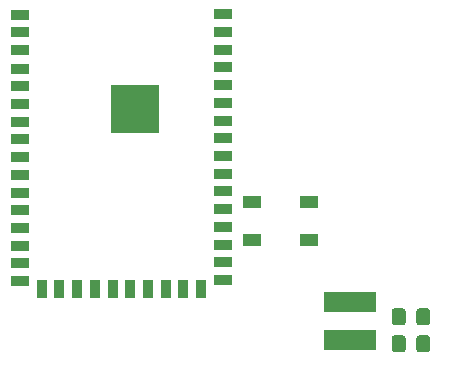
<source format=gbr>
%TF.GenerationSoftware,KiCad,Pcbnew,(5.1.10)-1*%
%TF.CreationDate,2022-01-13T15:18:29+01:00*%
%TF.ProjectId,3DESPWrover,33444553-5057-4726-9f76-65722e6b6963,rev?*%
%TF.SameCoordinates,Original*%
%TF.FileFunction,Paste,Bot*%
%TF.FilePolarity,Positive*%
%FSLAX46Y46*%
G04 Gerber Fmt 4.6, Leading zero omitted, Abs format (unit mm)*
G04 Created by KiCad (PCBNEW (5.1.10)-1) date 2022-01-13 15:18:29*
%MOMM*%
%LPD*%
G01*
G04 APERTURE LIST*
%ADD10R,4.100000X4.100000*%
%ADD11R,1.500000X0.900000*%
%ADD12R,0.900000X1.500000*%
%ADD13R,1.500000X1.000000*%
%ADD14R,4.500000X1.750000*%
G04 APERTURE END LIST*
D10*
%TO.C,U1*%
X212772000Y-67512000D03*
D11*
X202957000Y-59572000D03*
X202957000Y-60972000D03*
X202957000Y-62472000D03*
X202957000Y-64072000D03*
D12*
X206332000Y-82722000D03*
X204832000Y-82722000D03*
D11*
X202957000Y-82072000D03*
X202957000Y-80572000D03*
X202957000Y-79072000D03*
X202957000Y-77572000D03*
X202957000Y-76072000D03*
X202957000Y-74572000D03*
X202957000Y-73072000D03*
X202957000Y-71572000D03*
X202957000Y-70072000D03*
X202957000Y-68572000D03*
X202957000Y-67072000D03*
X202957000Y-65572000D03*
X220207000Y-78972000D03*
X220207000Y-77472000D03*
X220207000Y-75972000D03*
X220207000Y-74472000D03*
X220207000Y-72972000D03*
X220207000Y-71472000D03*
X220207000Y-69972000D03*
X220207000Y-68472000D03*
X220207000Y-66972000D03*
X220207000Y-65472000D03*
X220207000Y-63972000D03*
X220207000Y-62472000D03*
X220207000Y-60972000D03*
D12*
X207832000Y-82722000D03*
X209332000Y-82722000D03*
X210832000Y-82722000D03*
X212332000Y-82722000D03*
X213832000Y-82722000D03*
X215332000Y-82722000D03*
X216832000Y-82722000D03*
X218332000Y-82722000D03*
D11*
X220207000Y-81972000D03*
X220207000Y-80472000D03*
X220207000Y-59472000D03*
%TD*%
D13*
%TO.C,D1*%
X222594000Y-78562000D03*
X222594000Y-75362000D03*
X227494000Y-78562000D03*
X227494000Y-75362000D03*
%TD*%
%TO.C,C9*%
G36*
G01*
X236543000Y-85565000D02*
X236543000Y-84615000D01*
G75*
G02*
X236793000Y-84365000I250000J0D01*
G01*
X237468000Y-84365000D01*
G75*
G02*
X237718000Y-84615000I0J-250000D01*
G01*
X237718000Y-85565000D01*
G75*
G02*
X237468000Y-85815000I-250000J0D01*
G01*
X236793000Y-85815000D01*
G75*
G02*
X236543000Y-85565000I0J250000D01*
G01*
G37*
G36*
G01*
X234468000Y-85565000D02*
X234468000Y-84615000D01*
G75*
G02*
X234718000Y-84365000I250000J0D01*
G01*
X235393000Y-84365000D01*
G75*
G02*
X235643000Y-84615000I0J-250000D01*
G01*
X235643000Y-85565000D01*
G75*
G02*
X235393000Y-85815000I-250000J0D01*
G01*
X234718000Y-85815000D01*
G75*
G02*
X234468000Y-85565000I0J250000D01*
G01*
G37*
%TD*%
%TO.C,C10*%
G36*
G01*
X236543000Y-87851000D02*
X236543000Y-86901000D01*
G75*
G02*
X236793000Y-86651000I250000J0D01*
G01*
X237468000Y-86651000D01*
G75*
G02*
X237718000Y-86901000I0J-250000D01*
G01*
X237718000Y-87851000D01*
G75*
G02*
X237468000Y-88101000I-250000J0D01*
G01*
X236793000Y-88101000D01*
G75*
G02*
X236543000Y-87851000I0J250000D01*
G01*
G37*
G36*
G01*
X234468000Y-87851000D02*
X234468000Y-86901000D01*
G75*
G02*
X234718000Y-86651000I250000J0D01*
G01*
X235393000Y-86651000D01*
G75*
G02*
X235643000Y-86901000I0J-250000D01*
G01*
X235643000Y-87851000D01*
G75*
G02*
X235393000Y-88101000I-250000J0D01*
G01*
X234718000Y-88101000D01*
G75*
G02*
X234468000Y-87851000I0J250000D01*
G01*
G37*
%TD*%
D14*
%TO.C,L1*%
X230912000Y-83846000D03*
X230912000Y-87096000D03*
%TD*%
M02*

</source>
